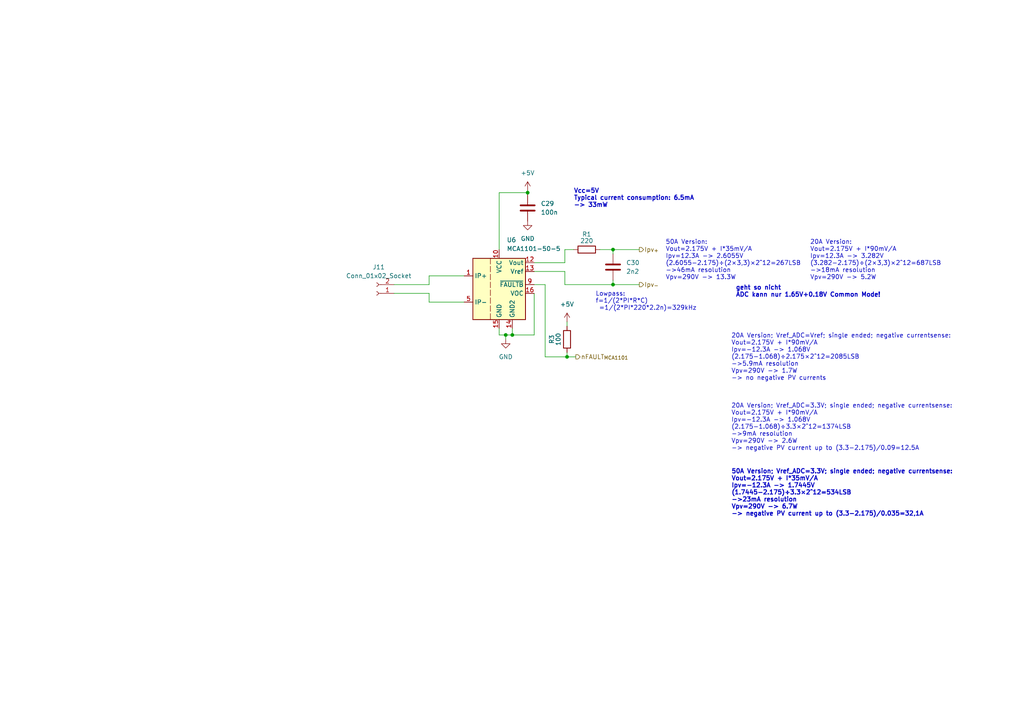
<source format=kicad_sch>
(kicad_sch (version 20230121) (generator eeschema)
  (paper "A4")
  (lib_symbols
    (symbol "Connector:Conn_01x02_Socket" (pin_names (offset 1.016) hide)
      (property "Reference" "J" (at 0 2.54 0))
      (property "Value" "Conn_01x02_Socket" (at 0 -5.08 0))
      (symbol "Conn_01x02_Socket_1_1"
        (arc (start 0 -2.032) (mid -0.5058 -2.54) (end 0 -3.048) (stroke (width 0.1524)))
        (polyline (pts (xy -1.27 -2.54) (xy -0.508 -2.54)) (stroke (width 0.1524)))
        (polyline (pts (xy -1.27 0) (xy -0.508 0)) (stroke (width 0.1524)))
        (arc (start 0 0.508) (mid -0.5058 0) (end 0 -0.508) (stroke (width 0.1524)))
        (pin passive line (at -5.08 0 0) (length 3.81) (name "Pin_1") (number "1"))
        (pin passive line (at -5.08 -2.54 0) (length 3.81) (name "Pin_2") (number "2"))
      )
    )
    (symbol "Device:C" (pin_numbers hide) (pin_names (offset 0.254))
      (property "Reference" "C" (at 0.635 2.54 0))
      (property "Value" "C" (at 0.635 -2.54 0))
      (symbol "C_0_1"
        (polyline (pts (xy -2.032 -0.762) (xy 2.032 -0.762)) (stroke (width 0.508)))
        (polyline (pts (xy -2.032 0.762) (xy 2.032 0.762)) (stroke (width 0.508)))
      )
      (symbol "C_1_1"
        (pin passive line (at 0 3.81 270) (length 2.794) (name "~") (number "1"))
        (pin passive line (at 0 -3.81 90) (length 2.794) (name "~") (number "2"))
      )
    )
    (symbol "Device:R" (pin_numbers hide) (pin_names (offset 0))
      (property "Reference" "R" (at 2.032 0 90))
      (property "Value" "R" (at 0 0 90))
      (symbol "R_0_1"
        (rectangle (start -1.016 -2.54) (end 1.016 2.54) (stroke (width 0.254)))
      )
      (symbol "R_1_1"
        (pin passive line (at 0 3.81 270) (length 1.27) (name "~") (number "1"))
        (pin passive line (at 0 -3.81 90) (length 1.27) (name "~") (number "2"))
      )
    )
    (symbol "Sensor_Current:MCA1101-50-5"
      (property "Reference" "U" (at 3.81 13.97 0))
      (property "Value" "MCA1101-50-5" (at 3.81 11.43 0))
      (symbol "MCA1101-50-5_0_1"
        (rectangle (start -7.62 8.89) (end 7.62 -8.89) (stroke (width 0.254)) (fill (type background)))
      )
      (symbol "MCA1101-50-5_1_1"
        (polyline (pts (xy -2.54 8.89) (xy -2.54 -8.89)) (stroke (width 0) (type dash)))
        (pin passive line (at -10.16 3.81 0) (length 2.54) (name "IP+") (number "1"))
        (pin power_in line (at 0 11.43 270) (length 2.54) (name "VCC") (number "10"))
        (pin passive line (at 0 -11.43 90) (length 2.54) hide (name "GND") (number "11"))
        (pin output line (at 10.16 7.62 180) (length 2.54) (name "Vout") (number "12"))
        (pin output line (at 10.16 5.08 180) (length 2.54) (name "Vref") (number "13"))
        (pin power_in line (at 3.81 -11.43 90) (length 2.54) (name "GND2") (number "14"))
        (pin power_in line (at 0 -11.43 90) (length 2.54) (name "GND") (number "15"))
        (pin bidirectional line (at 10.16 -1.27 180) (length 2.54) (name "VOC") (number "16"))
        (pin passive line (at -10.16 3.81 0) (length 2.54) hide (name "IP+") (number "2"))
        (pin passive line (at -10.16 3.81 0) (length 2.54) hide (name "IP+") (number "3"))
        (pin passive line (at -10.16 3.81 0) (length 2.54) hide (name "IP+") (number "4"))
        (pin passive line (at -10.16 -3.81 0) (length 2.54) (name "IP-") (number "5"))
        (pin passive line (at -10.16 -3.81 0) (length 2.54) hide (name "IP-") (number "6"))
        (pin passive line (at -10.16 -3.81 0) (length 2.54) hide (name "IP-") (number "7"))
        (pin passive line (at -10.16 -3.81 0) (length 2.54) hide (name "IP-") (number "8"))
        (pin output line (at 10.16 1.27 180) (length 2.54) (name "~{FAULTB}") (number "9"))
      )
    )
    (symbol "power:+5V" (power) (pin_names (offset 0))
      (property "Value" "+5V" (at 0 3.556 0))
      (symbol "+5V_0_1"
        (polyline (pts (xy -0.762 1.27) (xy 0 2.54)))
        (polyline (pts (xy 0 0) (xy 0 2.54)))
        (polyline (pts (xy 0 2.54) (xy 0.762 1.27)))
      )
      (symbol "+5V_1_1"
        (pin power_in line (at 0 0 90) (length 0) hide (name "+5V") (number "1"))
      )
    )
    (symbol "power:GND" (power) (pin_names (offset 0))
      (property "Value" "GND" (at 0 -3.81 0))
      (symbol "GND_0_1"
        (polyline (pts (xy 0 0) (xy 0 -1.27) (xy 1.27 -1.27) (xy 0 -2.54) (xy -1.27 -1.27) (xy 0 -1.27)))
      )
      (symbol "GND_1_1"
        (pin power_in line (at 0 0 270) (length 0) hide (name "GND") (number "1"))
      )
    )
  )
  (junction (at 148.59 97.155))
  (junction (at 177.8 72.39))
  (junction (at 164.465 103.505))
  (junction (at 177.8 82.55))
  (junction (at 153.035 55.88))
  (junction (at 146.685 97.155))
  (wire (pts (xy 154.94 85.09) (xy 154.94 97.155)))
  (wire (pts (xy 166.37 72.39) (xy 163.83 72.39)))
  (wire (pts (xy 164.465 103.505) (xy 167.005 103.505)))
  (wire (pts (xy 146.685 97.155) (xy 144.78 97.155)))
  (wire (pts (xy 177.8 81.28) (xy 177.8 82.55)))
  (wire (pts (xy 144.78 55.88) (xy 153.035 55.88)))
  (wire (pts (xy 158.115 103.505) (xy 164.465 103.505)))
  (wire (pts (xy 148.59 97.155) (xy 146.685 97.155)))
  (wire (pts (xy 163.83 82.55) (xy 177.8 82.55)))
  (wire (pts (xy 114.3 85.09) (xy 124.46 85.09)))
  (wire (pts (xy 177.8 72.39) (xy 185.42 72.39)))
  (wire (pts (xy 124.46 87.63) (xy 134.62 87.63)))
  (wire (pts (xy 154.94 82.55) (xy 158.115 82.55)))
  (wire (pts (xy 124.46 85.09) (xy 124.46 87.63)))
  (wire (pts (xy 124.46 82.55) (xy 114.3 82.55)))
  (wire (pts (xy 134.62 80.01) (xy 124.46 80.01)))
  (wire (pts (xy 163.83 82.55) (xy 163.83 78.74)))
  (wire (pts (xy 173.99 72.39) (xy 177.8 72.39)))
  (wire (pts (xy 153.035 55.88) (xy 153.035 56.515)))
  (wire (pts (xy 163.83 72.39) (xy 163.83 76.2)))
  (wire (pts (xy 146.685 98.425) (xy 146.685 97.155)))
  (wire (pts (xy 148.59 95.25) (xy 148.59 97.155)))
  (wire (pts (xy 177.8 82.55) (xy 185.42 82.55)))
  (wire (pts (xy 144.78 55.88) (xy 144.78 72.39)))
  (wire (pts (xy 163.83 78.74) (xy 154.94 78.74)))
  (wire (pts (xy 177.8 72.39) (xy 177.8 73.66)))
  (wire (pts (xy 164.465 102.235) (xy 164.465 103.505)))
  (wire (pts (xy 124.46 80.01) (xy 124.46 82.55)))
  (wire (pts (xy 144.78 97.155) (xy 144.78 95.25)))
  (wire (pts (xy 158.115 82.55) (xy 158.115 103.505)))
  (wire (pts (xy 163.83 76.2) (xy 154.94 76.2)))
  (wire (pts (xy 153.035 55.245) (xy 153.035 55.88)))
  (wire (pts (xy 154.94 97.155) (xy 148.59 97.155)))
  (wire (pts (xy 164.465 93.345) (xy 164.465 94.615)))
  (text "20A Version; Vref_ADC=3.3V; single ended; negative currentsense:\nVout=2.175V + I*90mV/A\nIpv=-12.3A -> 1.068V\n(2.175-1.068)÷3.3×2^12=1374LSB\n->9mA resolution\nVpv=290V -> 2.6W\n-> negative PV current up to (3.3-2.175)/0.09=12.5A" (at 212.09 130.81 0) (effects (font (size 1.27 1.27)) (justify left bottom)))
  (text "50A Version:\nVout=2.175V + I*35mV/A\nIpv=12.3A -> 2.6055V\n(2.6055−2.175)÷(2×3,3)×2^12=267LSB\n->46mA resolution\nVpv=290V -> 13.3W" (at 193.04 81.28 0) (effects (font (size 1.27 1.27)) (justify left bottom)))
  (text "Vcc=5V\nTypical current consumption: 6.5mA\n-> 33mW" (at 166.37 60.325 0) (effects (font (size 1.27 1.27) (thickness 0.254) bold) (justify left bottom)))
  (text "20A Version:\nVout=2.175V + I*90mV/A\nIpv=12.3A -> 3.282V\n(3.282−2.175)÷(2×3,3)×2^12=687LSB\n->18mA resolution\nVpv=290V -> 5.2W" (at 234.95 81.28 0) (effects (font (size 1.27 1.27)) (justify left bottom)))
  (text "geht so nicht\nADC kann nur 1.65V+0.18V Common Mode!" (at 213.36 86.36 0) (effects (font (size 1.27 1.27) (thickness 0.254) bold) (justify left bottom)))
  (text "50A Version; Vref_ADC=3.3V; single ended; negative currentsense:\nVout=2.175V + I*35mV/A\nIpv=-12.3A -> 1.7445V\n(1.7445-2.175)÷3.3×2^12=534LSB\n->23mA resolution\nVpv=290V -> 6.7W\n-> negative PV current up to (3.3-2.175)/0.035=32,1A" (at 212.09 149.86 0) (effects (font (size 1.27 1.27) (thickness 0.254) bold) (justify left bottom)))
  (text "Lowpass:\nf=1/(2*PI*R*C)\n =1/(2*PI*220*2.2n)=329kHz" (at 172.72 90.17 0) (effects (font (size 1.27 1.27)) (justify left bottom)))
  (text "20A Version; Vref_ADC=Vref; single ended; negative currentsense:\nVout=2.175V + I*90mV/A\nIpv=-12.3A -> 1.068V\n(2.175-1.068)÷2.175×2^12=2085LSB\n->5.9mA resolution\nVpv=290V -> 1.7W\n-> no negative PV currents" (at 212.09 110.49 0) (effects (font (size 1.27 1.27)) (justify left bottom)))
  (hierarchical_label "Ipv_{+}" (shape output) (at 185.42 72.39 0))
  (hierarchical_label "nFAULT_{MCA1101}" (shape output) (at 167.005 103.505 0))
  (hierarchical_label "Ipv_{-}" (shape output) (at 185.42 82.55 0))
  (symbol (lib_id "Device:C") (at 177.8 77.47 0) (unit 1)
    (property "Reference" "C30" (at 181.61 76.2 0) (effects (justify left)))
    (property "Value" "2n2" (at 181.61 78.74 0) (effects (justify left)))
    (instances (project "PVBatteryInverter_Mainboard" (path "" (reference "C30") (unit 1)) (path "" (reference "C35") (unit 1))))
  )
  (symbol (lib_id "power:+5V") (at 164.465 93.345 0) (unit 1)
    (property "Reference" "#PWR033" (effects hide))
    (property "Value" "+5V" (at 164.465 88.265 0))
    (instances (project "PVBatteryInverter_Mainboard" (path "" (reference "#PWR033") (unit 1)) (path "" (reference "#PWR039") (unit 1))))
  )
  (symbol (lib_id "Sensor_Current:MCA1101-50-5") (at 144.78 83.82 0) (unit 1)
    (property "Reference" "U6" (at 146.9741 69.596 0) (effects (justify left)))
    (property "Value" "MCA1101-50-5" (at 146.9741 72.136 0) (effects (justify left)))
    (property "Footprint" "Package_SO:SOIC-16W_7.5x10.3mm_P1.27mm" (effects hide))
    (property "Datasheet" "https://navview.blob.core.windows.net/web-resources/6020-1102-01%20RevF_MCA1101_20210408.pdf?_t=1618576890367" (effects hide))
    (instances (project "PVBatteryInverter_Mainboard" (path "" (reference "U6") (unit 1)) (path "" (reference "U11") (unit 1))))
  )
  (symbol (lib_id "power:+5V") (at 153.035 55.245 0) (unit 1)
    (property "Reference" "#PWR030" (effects hide))
    (property "Value" "+5V" (at 153.035 50.165 0))
    (instances (project "PVBatteryInverter_Mainboard" (path "" (reference "#PWR030") (unit 1)) (path "" (reference "#PWR037") (unit 1))))
  )
  (symbol (lib_id "Device:C") (at 153.035 60.325 0) (unit 1)
    (property "Reference" "C29" (at 156.845 59.055 0) (effects (justify left)))
    (property "Value" "100n" (at 156.845 61.595 0) (effects (justify left)))
    (instances (project "PVBatteryInverter_Mainboard" (path "" (reference "C29") (unit 1)) (path "" (reference "C34") (unit 1))))
  )
  (symbol (lib_id "Device:R") (at 170.18 72.39 90) (mirror x) (unit 1)
    (property "Reference" "R1" (at 170.18 67.945 90))
    (property "Value" "220" (at 170.18 69.85 90))
    (instances (project "PVBatteryInverter_Mainboard" (path "" (reference "R1") (unit 1)) (path "" (reference "R5") (unit 1))))
  )
  (symbol (lib_id "power:GND") (at 153.035 64.135 0) (mirror y) (unit 1)
    (property "Reference" "#PWR032" (effects hide))
    (property "Value" "GND" (at 153.035 69.215 0))
    (instances (project "PVBatteryInverter_Mainboard" (path "" (reference "#PWR032") (unit 1)) (path "" (reference "#PWR038") (unit 1))))
  )
  (symbol (lib_id "power:GND") (at 146.685 98.425 0) (mirror y) (unit 1)
    (property "Reference" "#PWR034" (effects hide))
    (property "Value" "GND" (at 146.685 103.505 0))
    (instances (project "PVBatteryInverter_Mainboard" (path "" (reference "#PWR034") (unit 1)) (path "" (reference "#PWR036") (unit 1))))
  )
  (symbol (lib_id "Connector:Conn_01x02_Socket") (at 109.22 85.09 180) (unit 1)
    (property "Reference" "J11" (at 109.855 77.47 0))
    (property "Value" "Conn_01x02_Socket" (at 109.855 80.01 0))
  )
  (symbol (lib_id "Device:R") (at 164.465 98.425 0) (mirror x) (unit 1)
    (property "Reference" "R3" (at 160.02 98.425 90))
    (property "Value" "100" (at 161.925 98.425 90))
    (instances (project "PVBatteryInverter_Mainboard" (path "" (reference "R3") (unit 1)) (path "" (reference "R4") (unit 1))))
  )
)
</source>
